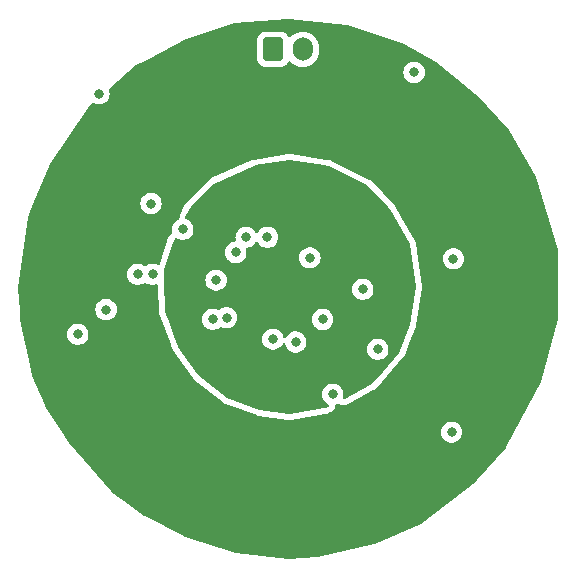
<source format=gbr>
%TF.GenerationSoftware,KiCad,Pcbnew,7.0.7*%
%TF.CreationDate,2023-11-13T21:50:39-08:00*%
%TF.ProjectId,Final_Project_Transmit,46696e61-6c5f-4507-926f-6a6563745f54,rev?*%
%TF.SameCoordinates,Original*%
%TF.FileFunction,Copper,L3,Inr*%
%TF.FilePolarity,Positive*%
%FSLAX46Y46*%
G04 Gerber Fmt 4.6, Leading zero omitted, Abs format (unit mm)*
G04 Created by KiCad (PCBNEW 7.0.7) date 2023-11-13 21:50:39*
%MOMM*%
%LPD*%
G01*
G04 APERTURE LIST*
G04 Aperture macros list*
%AMRoundRect*
0 Rectangle with rounded corners*
0 $1 Rounding radius*
0 $2 $3 $4 $5 $6 $7 $8 $9 X,Y pos of 4 corners*
0 Add a 4 corners polygon primitive as box body*
4,1,4,$2,$3,$4,$5,$6,$7,$8,$9,$2,$3,0*
0 Add four circle primitives for the rounded corners*
1,1,$1+$1,$2,$3*
1,1,$1+$1,$4,$5*
1,1,$1+$1,$6,$7*
1,1,$1+$1,$8,$9*
0 Add four rect primitives between the rounded corners*
20,1,$1+$1,$2,$3,$4,$5,0*
20,1,$1+$1,$4,$5,$6,$7,0*
20,1,$1+$1,$6,$7,$8,$9,0*
20,1,$1+$1,$8,$9,$2,$3,0*%
G04 Aperture macros list end*
%TA.AperFunction,ComponentPad*%
%ADD10RoundRect,0.250000X-0.600000X-0.750000X0.600000X-0.750000X0.600000X0.750000X-0.600000X0.750000X0*%
%TD*%
%TA.AperFunction,ComponentPad*%
%ADD11O,1.700000X2.000000*%
%TD*%
%TA.AperFunction,ViaPad*%
%ADD12C,0.800000*%
%TD*%
G04 APERTURE END LIST*
D10*
%TO.N,VCC*%
%TO.C,BT1*%
X100370000Y-55880000D03*
D11*
%TO.N,GND*%
X102870000Y-55880000D03*
%TD*%
D12*
%TO.N,Net-(Q4-S)*%
X86218233Y-77918867D03*
%TO.N,GND*%
X102279366Y-80664640D03*
%TO.N,+3V3*%
X97790000Y-85090000D03*
%TO.N,+1V5*%
X86360000Y-86360000D03*
%TO.N,+3V3*%
X101633045Y-71817394D03*
X105838647Y-76621486D03*
%TO.N,GND*%
X99875725Y-71791741D03*
X98080256Y-71791741D03*
%TO.N,/SDA_3V*%
X100345943Y-80422472D03*
%TO.N,Net-(Q2-S)*%
X105410000Y-85090000D03*
%TO.N,/SDO*%
X88900000Y-74930000D03*
%TO.N,+1V5*%
X93183130Y-86691364D03*
%TO.N,GND*%
X112295346Y-57837685D03*
%TO.N,+1V5*%
X111760000Y-64770000D03*
%TO.N,Net-(Q4-S)*%
X115479013Y-88295676D03*
%TO.N,+1V5*%
X111760000Y-88900000D03*
X82550000Y-73660000D03*
%TO.N,GND*%
X83820000Y-80010000D03*
%TO.N,+3V3*%
X105410000Y-82550000D03*
%TO.N,GND*%
X109220000Y-81280000D03*
%TO.N,Net-(JP4-B)*%
X96430932Y-78604050D03*
%TO.N,Net-(JP1-B)*%
X95250000Y-78740000D03*
%TO.N,GND*%
X90170000Y-74930000D03*
X115633981Y-73620011D03*
%TO.N,Net-(JP9-B)*%
X107950000Y-76200000D03*
X104560526Y-78751365D03*
%TO.N,+3V3*%
X104140000Y-66040000D03*
%TO.N,+1V5*%
X99508040Y-88644616D03*
X99499079Y-87408025D03*
%TO.N,+3V3*%
X99677906Y-84706536D03*
X99630862Y-85929686D03*
%TO.N,Net-(U3-P1.7{slash}TMS...)*%
X97198726Y-73077684D03*
X95535309Y-75427184D03*
%TO.N,Net-(U3-P1.6{slash}TDO...)*%
X90024192Y-68934103D03*
X92710000Y-71120000D03*
%TO.N,GND*%
X103470559Y-73528872D03*
X85614643Y-59645273D03*
%TO.N,+1V5*%
X83928697Y-65392191D03*
%TD*%
%TA.AperFunction,Conductor*%
%TO.N,+3V3*%
G36*
X104752550Y-65713604D02*
G01*
X105042144Y-65756281D01*
X105079042Y-65767809D01*
X108291019Y-67356528D01*
X108325982Y-67382310D01*
X110047382Y-69195930D01*
X110257055Y-69416835D01*
X110274779Y-69440679D01*
X111932742Y-72342114D01*
X111947790Y-72385792D01*
X112470815Y-75982760D01*
X112470656Y-76019506D01*
X111978315Y-79211440D01*
X111970658Y-79239177D01*
X111028438Y-81560257D01*
X111008634Y-81593203D01*
X109234082Y-83713447D01*
X109219956Y-83727780D01*
X108561136Y-84295728D01*
X108541802Y-84309409D01*
X106447760Y-85508723D01*
X106379803Y-85524959D01*
X106313855Y-85501878D01*
X106270856Y-85446807D01*
X106264456Y-85377231D01*
X106268197Y-85362819D01*
X106295674Y-85278256D01*
X106315460Y-85090000D01*
X106295674Y-84901744D01*
X106237179Y-84721716D01*
X106142533Y-84557784D01*
X106015871Y-84417112D01*
X106015870Y-84417111D01*
X105862734Y-84305851D01*
X105862729Y-84305848D01*
X105689807Y-84228857D01*
X105689802Y-84228855D01*
X105544000Y-84197865D01*
X105504646Y-84189500D01*
X105315354Y-84189500D01*
X105282897Y-84196398D01*
X105130197Y-84228855D01*
X105130192Y-84228857D01*
X104957270Y-84305848D01*
X104957265Y-84305851D01*
X104804129Y-84417111D01*
X104677466Y-84557785D01*
X104582821Y-84721715D01*
X104582818Y-84721722D01*
X104524327Y-84901740D01*
X104524326Y-84901744D01*
X104504540Y-85090000D01*
X104524326Y-85278256D01*
X104524327Y-85278259D01*
X104582818Y-85458277D01*
X104582821Y-85458284D01*
X104677467Y-85622216D01*
X104804128Y-85762888D01*
X104804129Y-85762888D01*
X104957265Y-85874148D01*
X104957267Y-85874149D01*
X104957270Y-85874151D01*
X105035035Y-85908774D01*
X105088269Y-85954022D01*
X105108591Y-86020871D01*
X105089546Y-86088095D01*
X105037180Y-86134351D01*
X105028828Y-86137895D01*
X104720905Y-86255466D01*
X104696168Y-86262081D01*
X101759982Y-86729487D01*
X101724621Y-86730010D01*
X99179109Y-86401595D01*
X99152201Y-86395002D01*
X96459014Y-85405198D01*
X96424327Y-85385638D01*
X94007995Y-83452573D01*
X93984289Y-83427446D01*
X92664402Y-81565140D01*
X92303481Y-81055895D01*
X92288358Y-81027232D01*
X92221489Y-80846543D01*
X92064549Y-80422472D01*
X99440483Y-80422472D01*
X99460269Y-80610728D01*
X99460270Y-80610731D01*
X99518761Y-80790749D01*
X99518764Y-80790756D01*
X99613410Y-80954688D01*
X99736813Y-81091740D01*
X99740072Y-81095360D01*
X99893208Y-81206620D01*
X99893213Y-81206623D01*
X100066135Y-81283614D01*
X100066140Y-81283616D01*
X100251297Y-81322972D01*
X100251298Y-81322972D01*
X100440587Y-81322972D01*
X100440589Y-81322972D01*
X100625746Y-81283616D01*
X100798673Y-81206623D01*
X100951814Y-81095360D01*
X101078476Y-80954688D01*
X101103287Y-80911715D01*
X101163381Y-80807628D01*
X101213947Y-80759412D01*
X101282554Y-80746188D01*
X101347419Y-80772156D01*
X101387948Y-80829070D01*
X101391858Y-80846645D01*
X101392342Y-80846543D01*
X101393692Y-80852897D01*
X101452184Y-81032917D01*
X101452187Y-81032924D01*
X101546833Y-81196856D01*
X101660389Y-81322972D01*
X101673495Y-81337528D01*
X101826631Y-81448788D01*
X101826636Y-81448791D01*
X101999558Y-81525782D01*
X101999563Y-81525784D01*
X102184720Y-81565140D01*
X102184721Y-81565140D01*
X102374010Y-81565140D01*
X102374012Y-81565140D01*
X102559169Y-81525784D01*
X102732096Y-81448791D01*
X102885237Y-81337528D01*
X102937036Y-81280000D01*
X108314540Y-81280000D01*
X108334326Y-81468256D01*
X108334327Y-81468259D01*
X108392818Y-81648277D01*
X108392821Y-81648284D01*
X108487467Y-81812216D01*
X108614128Y-81952887D01*
X108614129Y-81952888D01*
X108767265Y-82064148D01*
X108767270Y-82064151D01*
X108940192Y-82141142D01*
X108940197Y-82141144D01*
X109125354Y-82180500D01*
X109125355Y-82180500D01*
X109314644Y-82180500D01*
X109314646Y-82180500D01*
X109499803Y-82141144D01*
X109672730Y-82064151D01*
X109825871Y-81952888D01*
X109952533Y-81812216D01*
X110047179Y-81648284D01*
X110105674Y-81468256D01*
X110125460Y-81280000D01*
X110105674Y-81091744D01*
X110047179Y-80911716D01*
X109952533Y-80747784D01*
X109825871Y-80607112D01*
X109825870Y-80607111D01*
X109672734Y-80495851D01*
X109672729Y-80495848D01*
X109499807Y-80418857D01*
X109499802Y-80418855D01*
X109354000Y-80387865D01*
X109314646Y-80379500D01*
X109125354Y-80379500D01*
X109092897Y-80386398D01*
X108940197Y-80418855D01*
X108940192Y-80418857D01*
X108767270Y-80495848D01*
X108767265Y-80495851D01*
X108614129Y-80607111D01*
X108487466Y-80747785D01*
X108392821Y-80911715D01*
X108392818Y-80911722D01*
X108345974Y-81055895D01*
X108334326Y-81091744D01*
X108314540Y-81280000D01*
X102937036Y-81280000D01*
X103011899Y-81196856D01*
X103106545Y-81032924D01*
X103165040Y-80852896D01*
X103184826Y-80664640D01*
X103165040Y-80476384D01*
X103106545Y-80296356D01*
X103011899Y-80132424D01*
X102885237Y-79991752D01*
X102885236Y-79991751D01*
X102732100Y-79880491D01*
X102732095Y-79880488D01*
X102559173Y-79803497D01*
X102559168Y-79803495D01*
X102413367Y-79772505D01*
X102374012Y-79764140D01*
X102184720Y-79764140D01*
X102152263Y-79771038D01*
X101999563Y-79803495D01*
X101999558Y-79803497D01*
X101826636Y-79880488D01*
X101826631Y-79880491D01*
X101673495Y-79991751D01*
X101546831Y-80132425D01*
X101461927Y-80279484D01*
X101411360Y-80327700D01*
X101342753Y-80340922D01*
X101277888Y-80314954D01*
X101237360Y-80258040D01*
X101233452Y-80240465D01*
X101232967Y-80240569D01*
X101231617Y-80234221D01*
X101231617Y-80234216D01*
X101173122Y-80054188D01*
X101078476Y-79890256D01*
X100951814Y-79749584D01*
X100951813Y-79749583D01*
X100798677Y-79638323D01*
X100798672Y-79638320D01*
X100625750Y-79561329D01*
X100625745Y-79561327D01*
X100450826Y-79524148D01*
X100440589Y-79521972D01*
X100251297Y-79521972D01*
X100241060Y-79524148D01*
X100066140Y-79561327D01*
X100066135Y-79561329D01*
X99893213Y-79638320D01*
X99893208Y-79638323D01*
X99740072Y-79749583D01*
X99613409Y-79890257D01*
X99518764Y-80054187D01*
X99518761Y-80054194D01*
X99460270Y-80234212D01*
X99460269Y-80234216D01*
X99440483Y-80422472D01*
X92064549Y-80422472D01*
X91441902Y-78740000D01*
X94344540Y-78740000D01*
X94364326Y-78928256D01*
X94364327Y-78928259D01*
X94422818Y-79108277D01*
X94422821Y-79108284D01*
X94517467Y-79272216D01*
X94617741Y-79383581D01*
X94644129Y-79412888D01*
X94797265Y-79524148D01*
X94797270Y-79524151D01*
X94970192Y-79601142D01*
X94970197Y-79601144D01*
X95155354Y-79640500D01*
X95155355Y-79640500D01*
X95344644Y-79640500D01*
X95344646Y-79640500D01*
X95529803Y-79601144D01*
X95702730Y-79524151D01*
X95783880Y-79465192D01*
X95861129Y-79409068D01*
X95862061Y-79410350D01*
X95917820Y-79383581D01*
X95987156Y-79392194D01*
X95988257Y-79392678D01*
X96151124Y-79465192D01*
X96151129Y-79465194D01*
X96336286Y-79504550D01*
X96336287Y-79504550D01*
X96525576Y-79504550D01*
X96525578Y-79504550D01*
X96710735Y-79465194D01*
X96883662Y-79388201D01*
X97036803Y-79276938D01*
X97163465Y-79136266D01*
X97258111Y-78972334D01*
X97316606Y-78792306D01*
X97320909Y-78751365D01*
X103655066Y-78751365D01*
X103674852Y-78939621D01*
X103674853Y-78939624D01*
X103733344Y-79119642D01*
X103733347Y-79119649D01*
X103827993Y-79283581D01*
X103918034Y-79383581D01*
X103954655Y-79424253D01*
X104107791Y-79535513D01*
X104107796Y-79535516D01*
X104280718Y-79612507D01*
X104280723Y-79612509D01*
X104465880Y-79651865D01*
X104465881Y-79651865D01*
X104655170Y-79651865D01*
X104655172Y-79651865D01*
X104840329Y-79612509D01*
X105013256Y-79535516D01*
X105166397Y-79424253D01*
X105293059Y-79283581D01*
X105387705Y-79119649D01*
X105446200Y-78939621D01*
X105465986Y-78751365D01*
X105446200Y-78563109D01*
X105387705Y-78383081D01*
X105293059Y-78219149D01*
X105166397Y-78078477D01*
X105157254Y-78071834D01*
X105013260Y-77967216D01*
X105013255Y-77967213D01*
X104840333Y-77890222D01*
X104840328Y-77890220D01*
X104694527Y-77859230D01*
X104655172Y-77850865D01*
X104465880Y-77850865D01*
X104433423Y-77857763D01*
X104280723Y-77890220D01*
X104280718Y-77890222D01*
X104107796Y-77967213D01*
X104107791Y-77967216D01*
X103954655Y-78078476D01*
X103827992Y-78219150D01*
X103733347Y-78383080D01*
X103733344Y-78383087D01*
X103674853Y-78563105D01*
X103674852Y-78563109D01*
X103655066Y-78751365D01*
X97320909Y-78751365D01*
X97336392Y-78604050D01*
X97316606Y-78415794D01*
X97258111Y-78235766D01*
X97163465Y-78071834D01*
X97036803Y-77931162D01*
X96980454Y-77890222D01*
X96883666Y-77819901D01*
X96883661Y-77819898D01*
X96710739Y-77742907D01*
X96710734Y-77742905D01*
X96564932Y-77711915D01*
X96525578Y-77703550D01*
X96336286Y-77703550D01*
X96303829Y-77710448D01*
X96151129Y-77742905D01*
X96151124Y-77742907D01*
X95978202Y-77819898D01*
X95978197Y-77819901D01*
X95819804Y-77934981D01*
X95818877Y-77933705D01*
X95763062Y-77960476D01*
X95693729Y-77951836D01*
X95692673Y-77951371D01*
X95529807Y-77878857D01*
X95529802Y-77878855D01*
X95384000Y-77847865D01*
X95344646Y-77839500D01*
X95155354Y-77839500D01*
X95122897Y-77846398D01*
X94970197Y-77878855D01*
X94970192Y-77878857D01*
X94797270Y-77955848D01*
X94797265Y-77955851D01*
X94644129Y-78067111D01*
X94517466Y-78207785D01*
X94422821Y-78371715D01*
X94422818Y-78371722D01*
X94364327Y-78551740D01*
X94364326Y-78551744D01*
X94344540Y-78740000D01*
X91441902Y-78740000D01*
X91206399Y-78103640D01*
X91198738Y-78063942D01*
X91127953Y-75427184D01*
X94629849Y-75427184D01*
X94649635Y-75615440D01*
X94649636Y-75615443D01*
X94708127Y-75795461D01*
X94708130Y-75795468D01*
X94802776Y-75959400D01*
X94849907Y-76011744D01*
X94929438Y-76100072D01*
X95082574Y-76211332D01*
X95082579Y-76211335D01*
X95255501Y-76288326D01*
X95255506Y-76288328D01*
X95440663Y-76327684D01*
X95440664Y-76327684D01*
X95629953Y-76327684D01*
X95629955Y-76327684D01*
X95815112Y-76288328D01*
X95988039Y-76211335D01*
X96003640Y-76200000D01*
X107044540Y-76200000D01*
X107064326Y-76388256D01*
X107064327Y-76388259D01*
X107122818Y-76568277D01*
X107122821Y-76568284D01*
X107217467Y-76732216D01*
X107344128Y-76872887D01*
X107344129Y-76872888D01*
X107497265Y-76984148D01*
X107497270Y-76984151D01*
X107670192Y-77061142D01*
X107670197Y-77061144D01*
X107855354Y-77100500D01*
X107855355Y-77100500D01*
X108044644Y-77100500D01*
X108044646Y-77100500D01*
X108229803Y-77061144D01*
X108402730Y-76984151D01*
X108555871Y-76872888D01*
X108682533Y-76732216D01*
X108777179Y-76568284D01*
X108835674Y-76388256D01*
X108855460Y-76200000D01*
X108835674Y-76011744D01*
X108777179Y-75831716D01*
X108682533Y-75667784D01*
X108555871Y-75527112D01*
X108555870Y-75527111D01*
X108402734Y-75415851D01*
X108402729Y-75415848D01*
X108229807Y-75338857D01*
X108229802Y-75338855D01*
X108084001Y-75307865D01*
X108044646Y-75299500D01*
X107855354Y-75299500D01*
X107822897Y-75306398D01*
X107670197Y-75338855D01*
X107670192Y-75338857D01*
X107497270Y-75415848D01*
X107497265Y-75415851D01*
X107344129Y-75527111D01*
X107217466Y-75667785D01*
X107122821Y-75831715D01*
X107122818Y-75831722D01*
X107064327Y-76011740D01*
X107064326Y-76011744D01*
X107044540Y-76200000D01*
X96003640Y-76200000D01*
X96141180Y-76100072D01*
X96267842Y-75959400D01*
X96362488Y-75795468D01*
X96420983Y-75615440D01*
X96440769Y-75427184D01*
X96420983Y-75238928D01*
X96362488Y-75058900D01*
X96267842Y-74894968D01*
X96141180Y-74754296D01*
X96141179Y-74754295D01*
X95988043Y-74643035D01*
X95988038Y-74643032D01*
X95815116Y-74566041D01*
X95815111Y-74566039D01*
X95669310Y-74535049D01*
X95629955Y-74526684D01*
X95440663Y-74526684D01*
X95408206Y-74533582D01*
X95255506Y-74566039D01*
X95255501Y-74566041D01*
X95082579Y-74643032D01*
X95082574Y-74643035D01*
X94929438Y-74754295D01*
X94802775Y-74894969D01*
X94708130Y-75058899D01*
X94708127Y-75058906D01*
X94665544Y-75189965D01*
X94649635Y-75238928D01*
X94629849Y-75427184D01*
X91127953Y-75427184D01*
X91106679Y-74634731D01*
X91112424Y-74593957D01*
X91592828Y-73077684D01*
X96293266Y-73077684D01*
X96313052Y-73265940D01*
X96313053Y-73265943D01*
X96371544Y-73445961D01*
X96371547Y-73445968D01*
X96466193Y-73609900D01*
X96562742Y-73717128D01*
X96592855Y-73750572D01*
X96745991Y-73861832D01*
X96745996Y-73861835D01*
X96918918Y-73938826D01*
X96918923Y-73938828D01*
X97104080Y-73978184D01*
X97104081Y-73978184D01*
X97293370Y-73978184D01*
X97293372Y-73978184D01*
X97478529Y-73938828D01*
X97651456Y-73861835D01*
X97804597Y-73750572D01*
X97931259Y-73609900D01*
X97978040Y-73528872D01*
X102565099Y-73528872D01*
X102584885Y-73717128D01*
X102584886Y-73717131D01*
X102643377Y-73897149D01*
X102643380Y-73897156D01*
X102738026Y-74061088D01*
X102864687Y-74201760D01*
X102864688Y-74201760D01*
X103017824Y-74313020D01*
X103017829Y-74313023D01*
X103190751Y-74390014D01*
X103190756Y-74390016D01*
X103375913Y-74429372D01*
X103375914Y-74429372D01*
X103565203Y-74429372D01*
X103565205Y-74429372D01*
X103750362Y-74390016D01*
X103923289Y-74313023D01*
X104076430Y-74201760D01*
X104203092Y-74061088D01*
X104297738Y-73897156D01*
X104356233Y-73717128D01*
X104376019Y-73528872D01*
X104356233Y-73340616D01*
X104297738Y-73160588D01*
X104203092Y-72996656D01*
X104076430Y-72855984D01*
X104073124Y-72853582D01*
X103923293Y-72744723D01*
X103923288Y-72744720D01*
X103750366Y-72667729D01*
X103750361Y-72667727D01*
X103604560Y-72636737D01*
X103565205Y-72628372D01*
X103375913Y-72628372D01*
X103343456Y-72635270D01*
X103190756Y-72667727D01*
X103190751Y-72667729D01*
X103017829Y-72744720D01*
X103017824Y-72744723D01*
X102864688Y-72855983D01*
X102738025Y-72996657D01*
X102643380Y-73160587D01*
X102643377Y-73160594D01*
X102584886Y-73340612D01*
X102584885Y-73340616D01*
X102565099Y-73528872D01*
X97978040Y-73528872D01*
X98025905Y-73445968D01*
X98084400Y-73265940D01*
X98104186Y-73077684D01*
X98084400Y-72889428D01*
X98072753Y-72853582D01*
X98070758Y-72783741D01*
X98106838Y-72723908D01*
X98169539Y-72693080D01*
X98173612Y-72692514D01*
X98174896Y-72692241D01*
X98174902Y-72692241D01*
X98360059Y-72652885D01*
X98532986Y-72575892D01*
X98686127Y-72464629D01*
X98812789Y-72323957D01*
X98870604Y-72223817D01*
X98921169Y-72175604D01*
X98989776Y-72162380D01*
X99054641Y-72188348D01*
X99085377Y-72223819D01*
X99143190Y-72323955D01*
X99269854Y-72464629D01*
X99422990Y-72575889D01*
X99422995Y-72575892D01*
X99595917Y-72652883D01*
X99595922Y-72652885D01*
X99781079Y-72692241D01*
X99781080Y-72692241D01*
X99970369Y-72692241D01*
X99970371Y-72692241D01*
X100155528Y-72652885D01*
X100328455Y-72575892D01*
X100481596Y-72464629D01*
X100608258Y-72323957D01*
X100702904Y-72160025D01*
X100761399Y-71979997D01*
X100781185Y-71791741D01*
X100761399Y-71603485D01*
X100702904Y-71423457D01*
X100608258Y-71259525D01*
X100481596Y-71118853D01*
X100481595Y-71118852D01*
X100328459Y-71007592D01*
X100328454Y-71007589D01*
X100155532Y-70930598D01*
X100155527Y-70930596D01*
X100009726Y-70899606D01*
X99970371Y-70891241D01*
X99781079Y-70891241D01*
X99748622Y-70898139D01*
X99595922Y-70930596D01*
X99595917Y-70930598D01*
X99422995Y-71007589D01*
X99422990Y-71007592D01*
X99269854Y-71118852D01*
X99143190Y-71259526D01*
X99085377Y-71359662D01*
X99034810Y-71407878D01*
X98966203Y-71421100D01*
X98901338Y-71395132D01*
X98870603Y-71359662D01*
X98812789Y-71259525D01*
X98686127Y-71118853D01*
X98686126Y-71118852D01*
X98532990Y-71007592D01*
X98532985Y-71007589D01*
X98360063Y-70930598D01*
X98360058Y-70930596D01*
X98214256Y-70899606D01*
X98174902Y-70891241D01*
X97985610Y-70891241D01*
X97953153Y-70898139D01*
X97800453Y-70930596D01*
X97800448Y-70930598D01*
X97627526Y-71007589D01*
X97627521Y-71007592D01*
X97474385Y-71118852D01*
X97347722Y-71259526D01*
X97253077Y-71423456D01*
X97253074Y-71423463D01*
X97232013Y-71488284D01*
X97194582Y-71603485D01*
X97182522Y-71718235D01*
X97174796Y-71791741D01*
X97194582Y-71979999D01*
X97206229Y-72015844D01*
X97208223Y-72085685D01*
X97172141Y-72145517D01*
X97109440Y-72176344D01*
X97105372Y-72176909D01*
X96918923Y-72216539D01*
X96918918Y-72216541D01*
X96745996Y-72293532D01*
X96745991Y-72293535D01*
X96592855Y-72404795D01*
X96466192Y-72545469D01*
X96371547Y-72709399D01*
X96371544Y-72709406D01*
X96313053Y-72889424D01*
X96313052Y-72889428D01*
X96293266Y-73077684D01*
X91592828Y-73077684D01*
X91848481Y-72270778D01*
X91855940Y-72252466D01*
X92026320Y-71914287D01*
X92074060Y-71863277D01*
X92141804Y-71846174D01*
X92208040Y-71868411D01*
X92209941Y-71869765D01*
X92257265Y-71904148D01*
X92257270Y-71904151D01*
X92430192Y-71981142D01*
X92430197Y-71981144D01*
X92615354Y-72020500D01*
X92615355Y-72020500D01*
X92804644Y-72020500D01*
X92804646Y-72020500D01*
X92989803Y-71981144D01*
X93162730Y-71904151D01*
X93315871Y-71792888D01*
X93442533Y-71652216D01*
X93537179Y-71488284D01*
X93595674Y-71308256D01*
X93615460Y-71120000D01*
X93595674Y-70931744D01*
X93537179Y-70751716D01*
X93442533Y-70587784D01*
X93315871Y-70447112D01*
X93315870Y-70447111D01*
X93162734Y-70335851D01*
X93162729Y-70335848D01*
X93002899Y-70264686D01*
X92949662Y-70219436D01*
X92929341Y-70152586D01*
X92942594Y-70095620D01*
X93379808Y-69227816D01*
X93402862Y-69195933D01*
X95306076Y-67292719D01*
X95342610Y-67267441D01*
X98753627Y-65723264D01*
X98786350Y-65713605D01*
X101724106Y-65272729D01*
X101760578Y-65272682D01*
X104752550Y-65713604D01*
G37*
%TD.AperFunction*%
%TD*%
%TA.AperFunction,Conductor*%
%TO.N,+1V5*%
G36*
X101673139Y-53275129D02*
G01*
X106653683Y-53806608D01*
X106681017Y-53812706D01*
X111409619Y-55446856D01*
X111428390Y-55455141D01*
X114169181Y-56946962D01*
X114188576Y-56960032D01*
X115905722Y-58369899D01*
X117495592Y-59675267D01*
X117501388Y-59680681D01*
X120318677Y-62671876D01*
X120335958Y-62695171D01*
X122627344Y-66687738D01*
X122638769Y-66714509D01*
X124448157Y-72873387D01*
X124452588Y-72896182D01*
X124521024Y-73590839D01*
X124521323Y-73596921D01*
X124521323Y-78656808D01*
X124516715Y-78690297D01*
X123022535Y-84017254D01*
X123012783Y-84041688D01*
X120090895Y-89572406D01*
X120074574Y-89596138D01*
X117646380Y-92371216D01*
X117628839Y-92387712D01*
X112899020Y-96039410D01*
X112872574Y-96055024D01*
X108949046Y-97756377D01*
X108927724Y-97763407D01*
X104128145Y-98876353D01*
X104105934Y-98879422D01*
X101671145Y-98993409D01*
X101651556Y-98992776D01*
X97211281Y-98495907D01*
X97187868Y-98490963D01*
X92877108Y-97135160D01*
X92857497Y-97127092D01*
X89486390Y-95389407D01*
X89470197Y-95379418D01*
X87716149Y-94101779D01*
X86659133Y-93331854D01*
X86638727Y-93313170D01*
X84326182Y-90663846D01*
X83055060Y-89207609D01*
X83044371Y-89193430D01*
X82463471Y-88295676D01*
X114573553Y-88295676D01*
X114593339Y-88483932D01*
X114593340Y-88483935D01*
X114651831Y-88663953D01*
X114651834Y-88663960D01*
X114746480Y-88827892D01*
X114873141Y-88968564D01*
X114873142Y-88968564D01*
X115026278Y-89079824D01*
X115026283Y-89079827D01*
X115199205Y-89156818D01*
X115199210Y-89156820D01*
X115384367Y-89196176D01*
X115384368Y-89196176D01*
X115573657Y-89196176D01*
X115573659Y-89196176D01*
X115758816Y-89156820D01*
X115931743Y-89079827D01*
X116084884Y-88968564D01*
X116211546Y-88827892D01*
X116306192Y-88663960D01*
X116364687Y-88483932D01*
X116384473Y-88295676D01*
X116364687Y-88107420D01*
X116306192Y-87927392D01*
X116211546Y-87763460D01*
X116084884Y-87622788D01*
X116084883Y-87622787D01*
X115931747Y-87511527D01*
X115931742Y-87511524D01*
X115758820Y-87434533D01*
X115758815Y-87434531D01*
X115613013Y-87403541D01*
X115573659Y-87395176D01*
X115384367Y-87395176D01*
X115351910Y-87402074D01*
X115199210Y-87434531D01*
X115199205Y-87434533D01*
X115026283Y-87511524D01*
X115026278Y-87511527D01*
X114873142Y-87622787D01*
X114746479Y-87763461D01*
X114651834Y-87927391D01*
X114651831Y-87927398D01*
X114593340Y-88107416D01*
X114593339Y-88107420D01*
X114573553Y-88295676D01*
X82463471Y-88295676D01*
X81310111Y-86513210D01*
X81133092Y-86239636D01*
X81123530Y-86221823D01*
X81034082Y-86016618D01*
X79944844Y-83517779D01*
X79937062Y-83493237D01*
X79599495Y-81853627D01*
X79219925Y-80010000D01*
X82914540Y-80010000D01*
X82934326Y-80198256D01*
X82934327Y-80198259D01*
X82992818Y-80378277D01*
X82992821Y-80378284D01*
X83087467Y-80542216D01*
X83214128Y-80682888D01*
X83214129Y-80682888D01*
X83367265Y-80794148D01*
X83367270Y-80794151D01*
X83540192Y-80871142D01*
X83540197Y-80871144D01*
X83725354Y-80910500D01*
X83725355Y-80910500D01*
X83914644Y-80910500D01*
X83914646Y-80910500D01*
X84099803Y-80871144D01*
X84272730Y-80794151D01*
X84425871Y-80682888D01*
X84552533Y-80542216D01*
X84647179Y-80378284D01*
X84705674Y-80198256D01*
X84725460Y-80010000D01*
X84705674Y-79821744D01*
X84647179Y-79641716D01*
X84552533Y-79477784D01*
X84425871Y-79337112D01*
X84418549Y-79331792D01*
X84272734Y-79225851D01*
X84272729Y-79225848D01*
X84099807Y-79148857D01*
X84099802Y-79148855D01*
X83954001Y-79117865D01*
X83914646Y-79109500D01*
X83725354Y-79109500D01*
X83692897Y-79116398D01*
X83540197Y-79148855D01*
X83540192Y-79148857D01*
X83367270Y-79225848D01*
X83367265Y-79225851D01*
X83214129Y-79337111D01*
X83087466Y-79477785D01*
X82992821Y-79641715D01*
X82992818Y-79641722D01*
X82934327Y-79821740D01*
X82934326Y-79821744D01*
X82914540Y-80010000D01*
X79219925Y-80010000D01*
X78963166Y-78762887D01*
X78960853Y-78745464D01*
X78910360Y-77918867D01*
X85312773Y-77918867D01*
X85332559Y-78107123D01*
X85332560Y-78107126D01*
X85391051Y-78287144D01*
X85391054Y-78287151D01*
X85485700Y-78451083D01*
X85612361Y-78591754D01*
X85612362Y-78591755D01*
X85765498Y-78703015D01*
X85765503Y-78703018D01*
X85938425Y-78780009D01*
X85938430Y-78780011D01*
X86123587Y-78819367D01*
X86123588Y-78819367D01*
X86312877Y-78819367D01*
X86312879Y-78819367D01*
X86498036Y-78780011D01*
X86670963Y-78703018D01*
X86824104Y-78591755D01*
X86950766Y-78451083D01*
X87045412Y-78287151D01*
X87103907Y-78107123D01*
X87123693Y-77918867D01*
X87103907Y-77730611D01*
X87045412Y-77550583D01*
X86950766Y-77386651D01*
X86824104Y-77245979D01*
X86824103Y-77245978D01*
X86670967Y-77134718D01*
X86670962Y-77134715D01*
X86498040Y-77057724D01*
X86498035Y-77057722D01*
X86352233Y-77026732D01*
X86312879Y-77018367D01*
X86123587Y-77018367D01*
X86091130Y-77025265D01*
X85938430Y-77057722D01*
X85938425Y-77057724D01*
X85765503Y-77134715D01*
X85765498Y-77134718D01*
X85612362Y-77245978D01*
X85485699Y-77386652D01*
X85391054Y-77550582D01*
X85391051Y-77550589D01*
X85332560Y-77730607D01*
X85332559Y-77730611D01*
X85312773Y-77918867D01*
X78910360Y-77918867D01*
X78802046Y-76145707D01*
X78802857Y-76122110D01*
X78958461Y-74930000D01*
X87994540Y-74930000D01*
X88014326Y-75118256D01*
X88014327Y-75118259D01*
X88072818Y-75298277D01*
X88072821Y-75298284D01*
X88167467Y-75462216D01*
X88265000Y-75570537D01*
X88294129Y-75602888D01*
X88447265Y-75714148D01*
X88447270Y-75714151D01*
X88620192Y-75791142D01*
X88620197Y-75791144D01*
X88805354Y-75830500D01*
X88805355Y-75830500D01*
X88994644Y-75830500D01*
X88994646Y-75830500D01*
X89179803Y-75791144D01*
X89352730Y-75714151D01*
X89462117Y-75634676D01*
X89527920Y-75611198D01*
X89595974Y-75627023D01*
X89607871Y-75634668D01*
X89710164Y-75708988D01*
X89717270Y-75714151D01*
X89890192Y-75791142D01*
X89890197Y-75791144D01*
X90075354Y-75830500D01*
X90075355Y-75830500D01*
X90264644Y-75830500D01*
X90264646Y-75830500D01*
X90449803Y-75791144D01*
X90460470Y-75786394D01*
X90529717Y-75777107D01*
X90592995Y-75806732D01*
X90630211Y-75865865D01*
X90634864Y-75896344D01*
X90638230Y-76021693D01*
X90643017Y-76199998D01*
X90693420Y-78077507D01*
X90702396Y-78159727D01*
X90702397Y-78159732D01*
X90702396Y-78159731D01*
X90706558Y-78181296D01*
X90710057Y-78199425D01*
X90710059Y-78199432D01*
X90710059Y-78199433D01*
X90732320Y-78279080D01*
X90732320Y-78279081D01*
X90848034Y-78591755D01*
X90902896Y-78739998D01*
X90967825Y-78915446D01*
X91525542Y-80422470D01*
X91590472Y-80597918D01*
X91820031Y-81218215D01*
X91833541Y-81248469D01*
X91850176Y-81279998D01*
X91850177Y-81279999D01*
X91864127Y-81306440D01*
X91864127Y-81306441D01*
X91881479Y-81334677D01*
X92225932Y-81820686D01*
X93582083Y-83734159D01*
X93582084Y-83734160D01*
X93582083Y-83734160D01*
X93604477Y-83761490D01*
X93652437Y-83812325D01*
X93678411Y-83836262D01*
X93678412Y-83836263D01*
X96108540Y-85780364D01*
X96108539Y-85780364D01*
X96176029Y-85825954D01*
X96176032Y-85825956D01*
X96210715Y-85845514D01*
X96210714Y-85845514D01*
X96284634Y-85879668D01*
X96284633Y-85879668D01*
X96657270Y-86016620D01*
X98991101Y-86874353D01*
X98991104Y-86874354D01*
X98991107Y-86874355D01*
X98991106Y-86874354D01*
X99018162Y-86882612D01*
X99072558Y-86895941D01*
X99086472Y-86898534D01*
X99100386Y-86901128D01*
X99100385Y-86901128D01*
X101659925Y-87231354D01*
X101659926Y-87231354D01*
X101659935Y-87231354D01*
X101659939Y-87231355D01*
X101719207Y-87234722D01*
X101732096Y-87235455D01*
X101732097Y-87235455D01*
X101767447Y-87234932D01*
X101767447Y-87234933D01*
X101839454Y-87228701D01*
X101839453Y-87228701D01*
X104788543Y-86759241D01*
X104788544Y-86759241D01*
X104814131Y-86753799D01*
X104814130Y-86753799D01*
X104864125Y-86740429D01*
X104864129Y-86740427D01*
X104864139Y-86740425D01*
X104864138Y-86740425D01*
X104889007Y-86732376D01*
X104889008Y-86732376D01*
X105217776Y-86606845D01*
X105234638Y-86599691D01*
X105244250Y-86595402D01*
X105251543Y-86592149D01*
X105371836Y-86513212D01*
X105424202Y-86466956D01*
X105424203Y-86466955D01*
X105517384Y-86357325D01*
X105575904Y-86225884D01*
X105594949Y-86158660D01*
X105609348Y-86051256D01*
X105637767Y-85987427D01*
X105684816Y-85955923D01*
X105683865Y-85953788D01*
X105709161Y-85942524D01*
X105862730Y-85874151D01*
X105862734Y-85874147D01*
X105866085Y-85872656D01*
X105935335Y-85863370D01*
X105998612Y-85892998D01*
X106002402Y-85896489D01*
X106019211Y-85912628D01*
X106146868Y-85979000D01*
X106212816Y-86002081D01*
X106353993Y-86029800D01*
X106497269Y-86016621D01*
X106499626Y-86016058D01*
X106563845Y-86000715D01*
X106565045Y-86000457D01*
X106565227Y-86000385D01*
X106565229Y-86000385D01*
X106698987Y-85947374D01*
X106845661Y-85863370D01*
X108803515Y-84742055D01*
X108803517Y-84742054D01*
X108823913Y-84729040D01*
X108823911Y-84729041D01*
X108862994Y-84701386D01*
X108862994Y-84701387D01*
X108882046Y-84686488D01*
X108882047Y-84686488D01*
X109271458Y-84350787D01*
X109557791Y-84103949D01*
X109572784Y-84089924D01*
X109601324Y-84060966D01*
X109615135Y-84045764D01*
X111396278Y-81917644D01*
X111441885Y-81853632D01*
X111461689Y-81820686D01*
X111496817Y-81750391D01*
X111964653Y-80597918D01*
X112444571Y-79415681D01*
X112444570Y-79415682D01*
X112454021Y-79387860D01*
X112468030Y-79337112D01*
X112469499Y-79331792D01*
X112469501Y-79331783D01*
X112475666Y-79303031D01*
X112487900Y-79223719D01*
X112970248Y-76096566D01*
X112970248Y-76096565D01*
X112976151Y-76021696D01*
X112976151Y-76021697D01*
X112976310Y-75984954D01*
X112971055Y-75910030D01*
X112971055Y-75910031D01*
X112971054Y-75910022D01*
X112638070Y-73620011D01*
X114728521Y-73620011D01*
X114748307Y-73808267D01*
X114748308Y-73808270D01*
X114806799Y-73988288D01*
X114806802Y-73988295D01*
X114901448Y-74152227D01*
X114974154Y-74232975D01*
X115028110Y-74292899D01*
X115181246Y-74404159D01*
X115181251Y-74404162D01*
X115354173Y-74481153D01*
X115354178Y-74481155D01*
X115539335Y-74520511D01*
X115539336Y-74520511D01*
X115728625Y-74520511D01*
X115728627Y-74520511D01*
X115913784Y-74481155D01*
X116086711Y-74404162D01*
X116239852Y-74292899D01*
X116366514Y-74152227D01*
X116461160Y-73988295D01*
X116519655Y-73808267D01*
X116539441Y-73620011D01*
X116519655Y-73431755D01*
X116461160Y-73251727D01*
X116366514Y-73087795D01*
X116239852Y-72947123D01*
X116239851Y-72947122D01*
X116086715Y-72835862D01*
X116086710Y-72835859D01*
X115913788Y-72758868D01*
X115913783Y-72758866D01*
X115767982Y-72727876D01*
X115728627Y-72719511D01*
X115539335Y-72719511D01*
X115506878Y-72726409D01*
X115354178Y-72758866D01*
X115354173Y-72758868D01*
X115181251Y-72835859D01*
X115181246Y-72835862D01*
X115028110Y-72947122D01*
X114901447Y-73087796D01*
X114806802Y-73251726D01*
X114806799Y-73251733D01*
X114748308Y-73431751D01*
X114748307Y-73431755D01*
X114728521Y-73620011D01*
X112638070Y-73620011D01*
X112448029Y-72313054D01*
X112425721Y-72221135D01*
X112410673Y-72177457D01*
X112371639Y-72091316D01*
X111219170Y-70074495D01*
X110706146Y-69176703D01*
X110706146Y-69176704D01*
X110706145Y-69176702D01*
X110689529Y-69151295D01*
X110689522Y-69151285D01*
X110653695Y-69103087D01*
X110653694Y-69103087D01*
X110653693Y-69103085D01*
X110634149Y-69079847D01*
X110634144Y-69079841D01*
X108692627Y-67034314D01*
X108625994Y-66975465D01*
X108625993Y-66975464D01*
X108591030Y-66949682D01*
X108591028Y-66949681D01*
X108591029Y-66949681D01*
X108566713Y-66934861D01*
X108515134Y-66903425D01*
X105303161Y-65314708D01*
X105303162Y-65314708D01*
X105302857Y-65314586D01*
X105229792Y-65285311D01*
X105229789Y-65285310D01*
X105192891Y-65273782D01*
X105181592Y-65271201D01*
X105115851Y-65256183D01*
X105115843Y-65256182D01*
X104826249Y-65213505D01*
X104826248Y-65213504D01*
X101834287Y-64772584D01*
X101834286Y-64772584D01*
X101834281Y-64772583D01*
X101834277Y-64772583D01*
X101759927Y-64767182D01*
X101759926Y-64767182D01*
X101741691Y-64767205D01*
X101723455Y-64767229D01*
X101649085Y-64772827D01*
X101649082Y-64772827D01*
X101649074Y-64772828D01*
X99247798Y-65133193D01*
X98694067Y-65216293D01*
X98659984Y-65223843D01*
X98593778Y-65243386D01*
X98593773Y-65243388D01*
X98561051Y-65255557D01*
X98561050Y-65255557D01*
X95134140Y-66806930D01*
X95134139Y-66806930D01*
X95054992Y-66851741D01*
X95018451Y-66877023D01*
X94948628Y-66935281D01*
X93045425Y-68838486D01*
X93045424Y-68838486D01*
X92993225Y-68899743D01*
X92970179Y-68931615D01*
X92970179Y-68931616D01*
X92970177Y-68931619D01*
X92928366Y-69000372D01*
X92928365Y-69000374D01*
X92928365Y-69000373D01*
X92491157Y-69868163D01*
X92491151Y-69868176D01*
X92450243Y-69981074D01*
X92450243Y-69981076D01*
X92436990Y-70038041D01*
X92423864Y-70157391D01*
X92423864Y-70157392D01*
X92424483Y-70161422D01*
X92424023Y-70164847D01*
X92424038Y-70165521D01*
X92423933Y-70165523D01*
X92415197Y-70230672D01*
X92369946Y-70283908D01*
X92352355Y-70293513D01*
X92257267Y-70335850D01*
X92257265Y-70335851D01*
X92104129Y-70447111D01*
X91977466Y-70587785D01*
X91882821Y-70751715D01*
X91882818Y-70751722D01*
X91824327Y-70931740D01*
X91824326Y-70931744D01*
X91804540Y-71120000D01*
X91824326Y-71308256D01*
X91824327Y-71308259D01*
X91827222Y-71317169D01*
X91829217Y-71387010D01*
X91793137Y-71446843D01*
X91786846Y-71452240D01*
X91704988Y-71517855D01*
X91704984Y-71517858D01*
X91652735Y-71573687D01*
X91648924Y-71580784D01*
X91574878Y-71686842D01*
X91487416Y-71860441D01*
X91399955Y-72034040D01*
X91391596Y-72052423D01*
X91381541Y-72077106D01*
X91376515Y-72089447D01*
X91374031Y-72096318D01*
X91369643Y-72108463D01*
X91110936Y-72925005D01*
X91062563Y-73077682D01*
X90919612Y-73528870D01*
X90858519Y-73721692D01*
X90753499Y-74053159D01*
X90714485Y-74111122D01*
X90650327Y-74138791D01*
X90584854Y-74128985D01*
X90449807Y-74068857D01*
X90449802Y-74068855D01*
X90304001Y-74037865D01*
X90264646Y-74029500D01*
X90075354Y-74029500D01*
X90042897Y-74036398D01*
X89890197Y-74068855D01*
X89890192Y-74068857D01*
X89717270Y-74145848D01*
X89717265Y-74145851D01*
X89607885Y-74225321D01*
X89542079Y-74248801D01*
X89474025Y-74232975D01*
X89462115Y-74225321D01*
X89352734Y-74145851D01*
X89352729Y-74145848D01*
X89179807Y-74068857D01*
X89179802Y-74068855D01*
X89034000Y-74037865D01*
X88994646Y-74029500D01*
X88805354Y-74029500D01*
X88772897Y-74036398D01*
X88620197Y-74068855D01*
X88620192Y-74068857D01*
X88447270Y-74145848D01*
X88447265Y-74145851D01*
X88294129Y-74257111D01*
X88167466Y-74397785D01*
X88072821Y-74561715D01*
X88072818Y-74561722D01*
X88014327Y-74741740D01*
X88014326Y-74741744D01*
X87994540Y-74930000D01*
X78958461Y-74930000D01*
X79588187Y-70105566D01*
X79596447Y-70074495D01*
X79611424Y-70038041D01*
X80064980Y-68934103D01*
X89118732Y-68934103D01*
X89138518Y-69122359D01*
X89138519Y-69122362D01*
X89197010Y-69302380D01*
X89197013Y-69302387D01*
X89291659Y-69466319D01*
X89418320Y-69606991D01*
X89418321Y-69606991D01*
X89571457Y-69718251D01*
X89571462Y-69718254D01*
X89744384Y-69795245D01*
X89744389Y-69795247D01*
X89929546Y-69834603D01*
X89929547Y-69834603D01*
X90118836Y-69834603D01*
X90118838Y-69834603D01*
X90303995Y-69795247D01*
X90476922Y-69718254D01*
X90630063Y-69606991D01*
X90756725Y-69466319D01*
X90851371Y-69302387D01*
X90909866Y-69122359D01*
X90929652Y-68934103D01*
X90909866Y-68745847D01*
X90851371Y-68565819D01*
X90756725Y-68401887D01*
X90630063Y-68261215D01*
X90619085Y-68253239D01*
X90476926Y-68149954D01*
X90476921Y-68149951D01*
X90303999Y-68072960D01*
X90303994Y-68072958D01*
X90158192Y-68041968D01*
X90118838Y-68033603D01*
X89929546Y-68033603D01*
X89897089Y-68040501D01*
X89744389Y-68072958D01*
X89744384Y-68072960D01*
X89571462Y-68149951D01*
X89571457Y-68149954D01*
X89418321Y-68261214D01*
X89291658Y-68401888D01*
X89197013Y-68565818D01*
X89197010Y-68565825D01*
X89138519Y-68745843D01*
X89138518Y-68745847D01*
X89118732Y-68934103D01*
X80064980Y-68934103D01*
X81437188Y-65594197D01*
X81449171Y-65571856D01*
X84647596Y-60843749D01*
X84668120Y-60820374D01*
X85067570Y-60466879D01*
X85130816Y-60437194D01*
X85200075Y-60446415D01*
X85200180Y-60446462D01*
X85334835Y-60506415D01*
X85334840Y-60506417D01*
X85519997Y-60545773D01*
X85519998Y-60545773D01*
X85709287Y-60545773D01*
X85709289Y-60545773D01*
X85894446Y-60506417D01*
X86067373Y-60429424D01*
X86220514Y-60318161D01*
X86347176Y-60177489D01*
X86441822Y-60013557D01*
X86500317Y-59833529D01*
X86520103Y-59645273D01*
X86500317Y-59457017D01*
X86460312Y-59333897D01*
X86458318Y-59264060D01*
X86494398Y-59204227D01*
X86495991Y-59202789D01*
X88038559Y-57837685D01*
X111389886Y-57837685D01*
X111409672Y-58025941D01*
X111409673Y-58025944D01*
X111468164Y-58205962D01*
X111468167Y-58205969D01*
X111562813Y-58369901D01*
X111689474Y-58510572D01*
X111689475Y-58510573D01*
X111842611Y-58621833D01*
X111842616Y-58621836D01*
X112015538Y-58698827D01*
X112015543Y-58698829D01*
X112200700Y-58738185D01*
X112200701Y-58738185D01*
X112389990Y-58738185D01*
X112389992Y-58738185D01*
X112575149Y-58698829D01*
X112748076Y-58621836D01*
X112901217Y-58510573D01*
X113027879Y-58369901D01*
X113122525Y-58205969D01*
X113181020Y-58025941D01*
X113200806Y-57837685D01*
X113181020Y-57649429D01*
X113122525Y-57469401D01*
X113027879Y-57305469D01*
X112901217Y-57164797D01*
X112901216Y-57164796D01*
X112748080Y-57053536D01*
X112748075Y-57053533D01*
X112575153Y-56976542D01*
X112575148Y-56976540D01*
X112421485Y-56943879D01*
X112389992Y-56937185D01*
X112200700Y-56937185D01*
X112169207Y-56943879D01*
X112015543Y-56976540D01*
X112015538Y-56976542D01*
X111842616Y-57053533D01*
X111842611Y-57053536D01*
X111689475Y-57164796D01*
X111562812Y-57305470D01*
X111468167Y-57469400D01*
X111468164Y-57469407D01*
X111409673Y-57649425D01*
X111409672Y-57649429D01*
X111389886Y-57837685D01*
X88038559Y-57837685D01*
X88593315Y-57346751D01*
X88617584Y-57329964D01*
X89848574Y-56680001D01*
X99019500Y-56680001D01*
X99019501Y-56680018D01*
X99030000Y-56782796D01*
X99030001Y-56782799D01*
X99085185Y-56949331D01*
X99085187Y-56949336D01*
X99101967Y-56976540D01*
X99177288Y-57098656D01*
X99301344Y-57222712D01*
X99450666Y-57314814D01*
X99617203Y-57369999D01*
X99719991Y-57380500D01*
X101020008Y-57380499D01*
X101122797Y-57369999D01*
X101289334Y-57314814D01*
X101438656Y-57222712D01*
X101562712Y-57098656D01*
X101654814Y-56949334D01*
X101654814Y-56949331D01*
X101658178Y-56943879D01*
X101710126Y-56897154D01*
X101779088Y-56885931D01*
X101843170Y-56913774D01*
X101851398Y-56921294D01*
X101998599Y-57068495D01*
X102041675Y-57098657D01*
X102192165Y-57204032D01*
X102192167Y-57204033D01*
X102192170Y-57204035D01*
X102406337Y-57303903D01*
X102634592Y-57365063D01*
X102811034Y-57380500D01*
X102869999Y-57385659D01*
X102870000Y-57385659D01*
X102870001Y-57385659D01*
X102928966Y-57380500D01*
X103105408Y-57365063D01*
X103333663Y-57303903D01*
X103547829Y-57204035D01*
X103741401Y-57068495D01*
X103908495Y-56901401D01*
X104044035Y-56707829D01*
X104143903Y-56493663D01*
X104205063Y-56265408D01*
X104220500Y-56088966D01*
X104220500Y-55671034D01*
X104205063Y-55494592D01*
X104143903Y-55266337D01*
X104044035Y-55052171D01*
X104032458Y-55035636D01*
X103908494Y-54858597D01*
X103741402Y-54691506D01*
X103741395Y-54691501D01*
X103547834Y-54555967D01*
X103547830Y-54555965D01*
X103507777Y-54537288D01*
X103333663Y-54456097D01*
X103333659Y-54456096D01*
X103333655Y-54456094D01*
X103105413Y-54394938D01*
X103105403Y-54394936D01*
X102870001Y-54374341D01*
X102869999Y-54374341D01*
X102634596Y-54394936D01*
X102634586Y-54394938D01*
X102406344Y-54456094D01*
X102406335Y-54456098D01*
X102192171Y-54555964D01*
X102192169Y-54555965D01*
X101998597Y-54691505D01*
X101851398Y-54838705D01*
X101790075Y-54872190D01*
X101720383Y-54867206D01*
X101664450Y-54825334D01*
X101658178Y-54816120D01*
X101562712Y-54661344D01*
X101438657Y-54537289D01*
X101438656Y-54537289D01*
X101438656Y-54537288D01*
X101345888Y-54480069D01*
X101289336Y-54445187D01*
X101289331Y-54445185D01*
X101287862Y-54444698D01*
X101122797Y-54390001D01*
X101122795Y-54390000D01*
X101020010Y-54379500D01*
X99719998Y-54379500D01*
X99719981Y-54379501D01*
X99617203Y-54390000D01*
X99617200Y-54390001D01*
X99450668Y-54445185D01*
X99450663Y-54445187D01*
X99301342Y-54537289D01*
X99177289Y-54661342D01*
X99085187Y-54810663D01*
X99085185Y-54810668D01*
X99066450Y-54867206D01*
X99030001Y-54977203D01*
X99030001Y-54977204D01*
X99030000Y-54977204D01*
X99019500Y-55079983D01*
X99019500Y-56680001D01*
X89848574Y-56680001D01*
X92962902Y-55035636D01*
X92981276Y-55027758D01*
X97010508Y-53673102D01*
X97039503Y-53667085D01*
X101649485Y-53274876D01*
X101673139Y-53275129D01*
G37*
%TD.AperFunction*%
%TD*%
M02*

</source>
